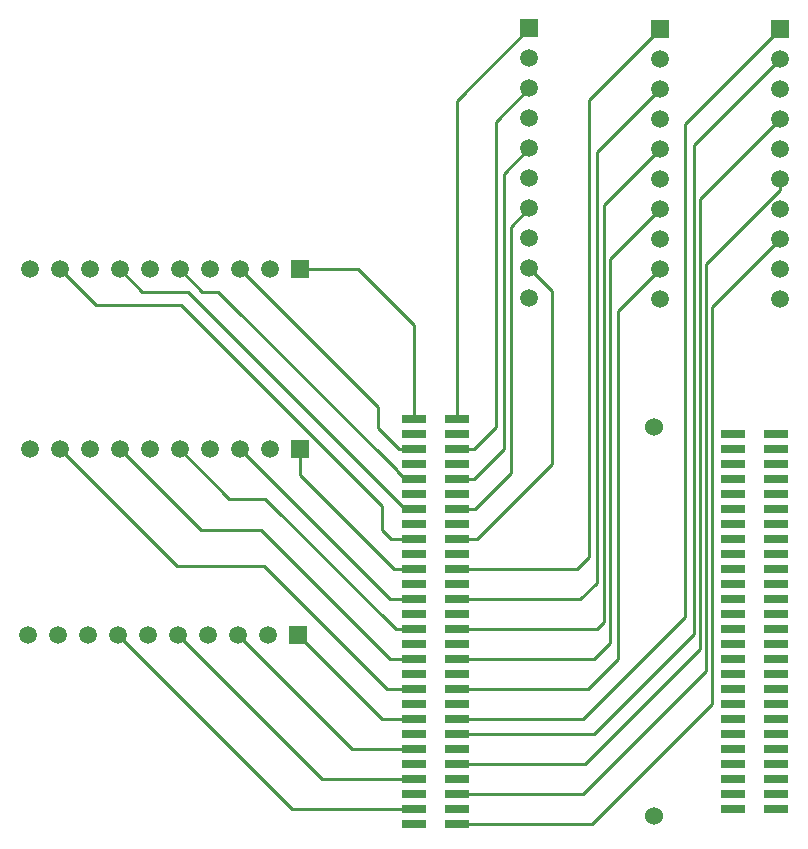
<source format=gtl>
G04 Layer_Physical_Order=1*
G04 Layer_Color=255*
%FSLAX43Y43*%
%MOMM*%
G71*
G01*
G75*
%ADD10R,2.150X0.800*%
%ADD11C,0.254*%
%ADD12C,1.524*%
%ADD13C,1.500*%
%ADD14R,1.500X1.500*%
%ADD15R,1.500X1.500*%
%ADD16C,0.500*%
D10*
X87494Y85089D02*
D03*
Y83819D02*
D03*
Y82549D02*
D03*
Y81279D02*
D03*
Y80009D02*
D03*
Y78739D02*
D03*
Y77469D02*
D03*
Y76199D02*
D03*
Y74929D02*
D03*
Y73659D02*
D03*
Y72389D02*
D03*
Y71119D02*
D03*
Y69849D02*
D03*
Y68579D02*
D03*
Y67309D02*
D03*
Y66039D02*
D03*
Y64769D02*
D03*
Y63499D02*
D03*
Y62229D02*
D03*
Y60959D02*
D03*
Y59689D02*
D03*
Y58419D02*
D03*
Y57149D02*
D03*
Y55879D02*
D03*
Y54609D02*
D03*
Y53339D02*
D03*
X91144Y85089D02*
D03*
Y83819D02*
D03*
Y82549D02*
D03*
Y81279D02*
D03*
Y80009D02*
D03*
Y78739D02*
D03*
Y77469D02*
D03*
Y76199D02*
D03*
Y74929D02*
D03*
Y73659D02*
D03*
Y72389D02*
D03*
Y71119D02*
D03*
Y69849D02*
D03*
Y68579D02*
D03*
Y67309D02*
D03*
Y66039D02*
D03*
Y64769D02*
D03*
Y63499D02*
D03*
Y62229D02*
D03*
Y60959D02*
D03*
Y59689D02*
D03*
Y58419D02*
D03*
Y57149D02*
D03*
Y55879D02*
D03*
Y54609D02*
D03*
Y53339D02*
D03*
X64144Y52070D02*
D03*
Y53340D02*
D03*
Y54610D02*
D03*
Y55880D02*
D03*
Y57150D02*
D03*
Y58420D02*
D03*
Y59690D02*
D03*
Y60960D02*
D03*
Y62230D02*
D03*
Y63500D02*
D03*
Y64770D02*
D03*
Y66040D02*
D03*
Y67310D02*
D03*
Y68580D02*
D03*
Y69850D02*
D03*
Y71120D02*
D03*
Y72390D02*
D03*
Y73660D02*
D03*
Y74930D02*
D03*
Y76200D02*
D03*
Y77470D02*
D03*
Y78740D02*
D03*
Y80010D02*
D03*
Y81280D02*
D03*
Y82550D02*
D03*
Y83820D02*
D03*
Y85090D02*
D03*
Y86360D02*
D03*
X60494Y52070D02*
D03*
Y53340D02*
D03*
Y54610D02*
D03*
Y55880D02*
D03*
Y57150D02*
D03*
Y58420D02*
D03*
Y59690D02*
D03*
Y60960D02*
D03*
Y62230D02*
D03*
Y63500D02*
D03*
Y64770D02*
D03*
Y66040D02*
D03*
Y67310D02*
D03*
Y68580D02*
D03*
Y69850D02*
D03*
Y71120D02*
D03*
Y72390D02*
D03*
Y73660D02*
D03*
Y74930D02*
D03*
Y76200D02*
D03*
Y77470D02*
D03*
Y78740D02*
D03*
Y80010D02*
D03*
Y81280D02*
D03*
Y82550D02*
D03*
Y83820D02*
D03*
Y85090D02*
D03*
Y86360D02*
D03*
D11*
X84201Y68199D02*
Y109601D01*
X75692Y59690D02*
X84201Y68199D01*
X64144Y59690D02*
X75692D01*
X84709Y66929D02*
Y105029D01*
X74930Y57150D02*
X84709Y66929D01*
X64144Y57150D02*
X74930D01*
X85217Y65024D02*
Y99516D01*
X74803Y54610D02*
X85217Y65024D01*
X64144Y54610D02*
X74803D01*
X85725Y62230D02*
Y95885D01*
X75565Y52070D02*
X85725Y62230D01*
X64144Y52070D02*
X75565D01*
X70256Y99111D02*
X72136Y97231D01*
Y82550D02*
Y97231D01*
X65786Y76200D02*
X72136Y82550D01*
X64144Y76200D02*
X65786D01*
X65659Y78740D02*
X68707Y81788D01*
X64144Y78740D02*
X65659D01*
X68707Y81788D02*
Y102641D01*
X65532Y81280D02*
X68072Y83820D01*
X64144Y81280D02*
X65532D01*
Y83820D02*
X67437Y85725D01*
X64144Y83820D02*
X65532D01*
X47879Y79629D02*
X58928Y68580D01*
X44831Y79629D02*
X47879D01*
X40640Y83820D02*
X44831Y79629D01*
X47498Y76962D02*
X58420Y66040D01*
X42418Y76962D02*
X47498D01*
X35560Y83820D02*
X42418Y76962D01*
X47752Y73914D02*
X58166Y63500D01*
X40386Y73914D02*
X47752D01*
X30480Y83820D02*
X40386Y73914D01*
X41335Y97155D02*
X59750Y78740D01*
X37465Y97155D02*
X41335D01*
X35560Y99060D02*
X37465Y97155D01*
X57785Y76962D02*
Y78994D01*
X40767Y96012D02*
X57785Y78994D01*
X33528Y96012D02*
X40767D01*
X59182Y83820D02*
X60494D01*
X57404Y85598D02*
X59182Y83820D01*
X57404Y85598D02*
Y87376D01*
X45720Y99060D02*
X57404Y87376D01*
X50190Y53340D02*
X60494D01*
X35433Y68097D02*
X50190Y53340D01*
X52730Y55880D02*
X60494D01*
X40513Y68097D02*
X52730Y55880D01*
X55270Y58420D02*
X60494D01*
X45593Y68097D02*
X55270Y58420D01*
X57810Y60960D02*
X60494D01*
X50673Y68097D02*
X57810Y60960D01*
X58166Y63500D02*
X60494D01*
X58420Y66040D02*
X60494D01*
X58928Y68580D02*
X60494D01*
X58420Y71120D02*
X60494D01*
X45720Y83820D02*
X58420Y71120D01*
X58801Y73660D02*
X60494D01*
X50800Y81661D02*
X58801Y73660D01*
X50800Y81661D02*
Y83820D01*
X58547Y76200D02*
X60494D01*
X57785Y76962D02*
X58547Y76200D01*
X30480Y99060D02*
X33528Y96012D01*
X59750Y78740D02*
X60494D01*
X59750Y81280D02*
X60494D01*
X59038Y81992D02*
X59750Y81280D01*
X59038Y81992D02*
Y82015D01*
X43898Y97155D02*
X59038Y82015D01*
X42545Y97155D02*
X43898D01*
X40640Y99060D02*
X42545Y97155D01*
X60494Y86360D02*
Y94319D01*
X55753Y99060D02*
X60494Y94319D01*
X50800Y99060D02*
X55753D01*
X64144Y86360D02*
Y113318D01*
X70256Y119431D01*
X67437Y85725D02*
Y111531D01*
X70256Y114351D01*
X68072Y83820D02*
Y107086D01*
X70256Y109271D01*
X68707Y102641D02*
X70256Y104191D01*
X64144Y73660D02*
X74295D01*
X75311Y74676D01*
Y113411D01*
X81280Y119380D01*
X64144Y71120D02*
X74549D01*
X75946Y72517D01*
Y108966D01*
X81280Y114300D01*
X64144Y68580D02*
X75946D01*
X76581Y69215D01*
Y104521D01*
X81280Y109220D01*
X64144Y66040D02*
X75692D01*
X77089Y67437D01*
Y99949D01*
X81280Y104140D01*
X64144Y63500D02*
X75184D01*
X77724Y66040D01*
Y95504D01*
X81280Y99060D01*
X64144Y60960D02*
X74803D01*
X83439Y69596D01*
Y111379D01*
X91440Y119380D01*
X85725Y95885D02*
X91440Y101600D01*
X85217Y99516D02*
X91440Y105739D01*
X84709Y105029D02*
X91440Y111760D01*
X84201Y109601D02*
X91440Y116840D01*
Y105739D02*
Y106680D01*
D12*
X80819Y52715D02*
D03*
Y85715D02*
D03*
D03*
Y52715D02*
D03*
D13*
X70256Y96571D02*
D03*
Y99111D02*
D03*
Y101651D02*
D03*
Y104191D02*
D03*
Y109271D02*
D03*
Y111811D02*
D03*
Y114351D02*
D03*
Y116891D02*
D03*
Y106731D02*
D03*
X81280Y96520D02*
D03*
Y99060D02*
D03*
Y101600D02*
D03*
Y104140D02*
D03*
Y109220D02*
D03*
Y111760D02*
D03*
Y114300D02*
D03*
Y116840D02*
D03*
Y106680D02*
D03*
X91440Y96520D02*
D03*
Y99060D02*
D03*
Y101600D02*
D03*
Y104140D02*
D03*
Y109220D02*
D03*
Y111760D02*
D03*
Y114300D02*
D03*
Y116840D02*
D03*
Y106680D02*
D03*
X27940Y99060D02*
D03*
X30480D02*
D03*
X33020D02*
D03*
X35560D02*
D03*
X40640D02*
D03*
X43180D02*
D03*
X45720D02*
D03*
X48260D02*
D03*
X38100D02*
D03*
X27940Y83820D02*
D03*
X30480D02*
D03*
X33020D02*
D03*
X35560D02*
D03*
X40640D02*
D03*
X43180D02*
D03*
X45720D02*
D03*
X48260D02*
D03*
X38100D02*
D03*
X27813Y68097D02*
D03*
X30353D02*
D03*
X32893D02*
D03*
X35433D02*
D03*
X40513D02*
D03*
X43053D02*
D03*
X45593D02*
D03*
X48133D02*
D03*
X37973D02*
D03*
D14*
X70256Y119431D02*
D03*
X81280Y119380D02*
D03*
X91440D02*
D03*
D15*
X50800Y99060D02*
D03*
Y83820D02*
D03*
X50673Y68097D02*
D03*
D16*
X91144Y83819D02*
D03*
Y85089D02*
D03*
X87494D02*
D03*
Y83819D02*
D03*
Y82549D02*
D03*
X91144D02*
D03*
Y81279D02*
D03*
X87494D02*
D03*
Y80009D02*
D03*
X91144D02*
D03*
Y78739D02*
D03*
X87494D02*
D03*
Y77469D02*
D03*
X91144D02*
D03*
Y76199D02*
D03*
X87494D02*
D03*
Y74929D02*
D03*
X91144D02*
D03*
Y73659D02*
D03*
X87494D02*
D03*
Y72389D02*
D03*
X91144D02*
D03*
Y71119D02*
D03*
X87494D02*
D03*
Y69849D02*
D03*
X91144D02*
D03*
Y68579D02*
D03*
X87494D02*
D03*
Y67309D02*
D03*
X91144D02*
D03*
Y66039D02*
D03*
X87494D02*
D03*
Y64769D02*
D03*
X91144D02*
D03*
Y63499D02*
D03*
X87494D02*
D03*
Y62229D02*
D03*
X91144D02*
D03*
Y60959D02*
D03*
X87494D02*
D03*
Y59689D02*
D03*
X91144D02*
D03*
Y58419D02*
D03*
X87494D02*
D03*
Y57149D02*
D03*
X91144D02*
D03*
Y55879D02*
D03*
X87494D02*
D03*
Y54609D02*
D03*
X91144D02*
D03*
Y53339D02*
D03*
X87494D02*
D03*
X60494Y52070D02*
D03*
X64144D02*
D03*
Y53340D02*
D03*
X60494D02*
D03*
Y54610D02*
D03*
X64144D02*
D03*
Y55880D02*
D03*
X60494D02*
D03*
Y57150D02*
D03*
X64144D02*
D03*
Y58420D02*
D03*
X60494D02*
D03*
Y59690D02*
D03*
X64144D02*
D03*
Y60960D02*
D03*
X60494D02*
D03*
Y62230D02*
D03*
X64144D02*
D03*
Y63500D02*
D03*
X60494D02*
D03*
Y64770D02*
D03*
X64144D02*
D03*
Y66040D02*
D03*
X60494D02*
D03*
Y67310D02*
D03*
X64144D02*
D03*
Y68580D02*
D03*
X60494D02*
D03*
Y69850D02*
D03*
X64144D02*
D03*
Y71120D02*
D03*
Y72390D02*
D03*
X60494D02*
D03*
Y73660D02*
D03*
X64144D02*
D03*
Y74930D02*
D03*
X60494D02*
D03*
Y76200D02*
D03*
Y77470D02*
D03*
X64144D02*
D03*
Y78740D02*
D03*
X60494D02*
D03*
Y80010D02*
D03*
X64144D02*
D03*
Y81280D02*
D03*
X60494D02*
D03*
Y82550D02*
D03*
X64144D02*
D03*
Y83820D02*
D03*
X60494D02*
D03*
Y85090D02*
D03*
X64144D02*
D03*
Y86360D02*
D03*
X60494D02*
D03*
M02*

</source>
